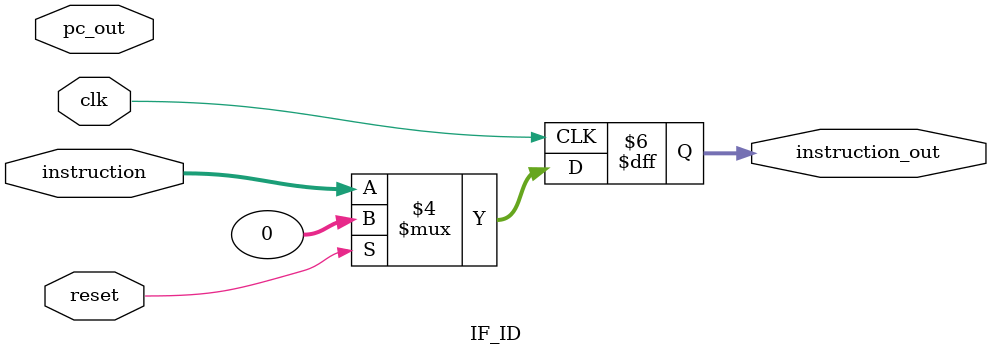
<source format=v>
module IF_ID(input clk,
             input [7:0] pc_out, 
             input [31:0] instruction,
             input reset,
//             input IFIDwrite,
             //input flush,
            // output reg [7:0] A_out,
             output reg [31:0] instruction_out
             );
             
always @(posedge clk)
  begin
    if(reset==1'b1)
    begin
     // A_out=8'b0;
      instruction_out=32'b0;
   end
    else 
    begin
     // A_out=pc_out;
      instruction_out<=instruction;
    end
  end
endmodule
</source>
